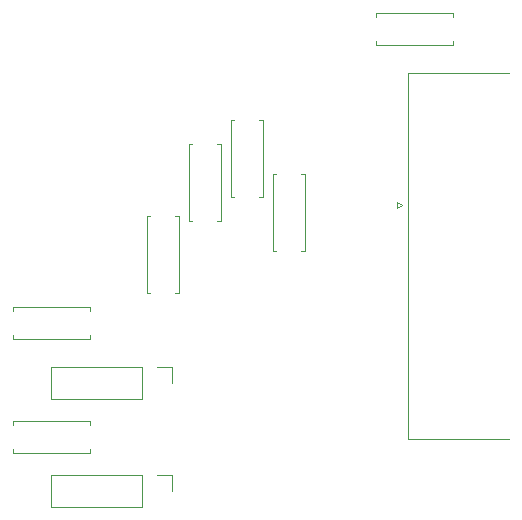
<source format=gbr>
%TF.GenerationSoftware,KiCad,Pcbnew,8.0.2-8.0.2-0~ubuntu24.04.1*%
%TF.CreationDate,2024-05-16T14:50:04-03:00*%
%TF.ProjectId,arduvga,61726475-7667-4612-9e6b-696361645f70,1*%
%TF.SameCoordinates,Original*%
%TF.FileFunction,Legend,Top*%
%TF.FilePolarity,Positive*%
%FSLAX46Y46*%
G04 Gerber Fmt 4.6, Leading zero omitted, Abs format (unit mm)*
G04 Created by KiCad (PCBNEW 8.0.2-8.0.2-0~ubuntu24.04.1) date 2024-05-16 14:50:04*
%MOMM*%
%LPD*%
G01*
G04 APERTURE LIST*
%ADD10C,0.120000*%
G04 APERTURE END LIST*
D10*
%TO.C,J5*%
X170715662Y-93351000D02*
X171148675Y-93601000D01*
X170715662Y-93851000D02*
X170715662Y-93351000D01*
X171148675Y-93601000D02*
X170715662Y-93851000D01*
X171610000Y-82431000D02*
X180210000Y-82431000D01*
X171610000Y-113401000D02*
X171610000Y-82431000D01*
X180210000Y-113401000D02*
X171610000Y-113401000D01*
%TO.C,R5*%
X138208000Y-111914000D02*
X138208000Y-112244000D01*
X138208000Y-114654000D02*
X138208000Y-114324000D01*
X144748000Y-111914000D02*
X138208000Y-111914000D01*
X144748000Y-112244000D02*
X144748000Y-111914000D01*
X144748000Y-114324000D02*
X144748000Y-114654000D01*
X144748000Y-114654000D02*
X138208000Y-114654000D01*
%TO.C,R6*%
X138208000Y-102262000D02*
X138208000Y-102592000D01*
X138208000Y-105002000D02*
X138208000Y-104672000D01*
X144748000Y-102262000D02*
X138208000Y-102262000D01*
X144748000Y-102592000D02*
X144748000Y-102262000D01*
X144748000Y-104672000D02*
X144748000Y-105002000D01*
X144748000Y-105002000D02*
X138208000Y-105002000D01*
%TO.C,J1*%
X141418000Y-116526000D02*
X141418000Y-119186000D01*
X149098000Y-116526000D02*
X141418000Y-116526000D01*
X149098000Y-116526000D02*
X149098000Y-119186000D01*
X149098000Y-119186000D02*
X141418000Y-119186000D01*
X150368000Y-116526000D02*
X151698000Y-116526000D01*
X151698000Y-116526000D02*
X151698000Y-117856000D01*
%TO.C,R7*%
X160174000Y-90964000D02*
X160504000Y-90964000D01*
X160174000Y-97504000D02*
X160174000Y-90964000D01*
X160504000Y-97504000D02*
X160174000Y-97504000D01*
X162584000Y-97504000D02*
X162914000Y-97504000D01*
X162914000Y-90964000D02*
X162584000Y-90964000D01*
X162914000Y-97504000D02*
X162914000Y-90964000D01*
%TO.C,J3*%
X141418000Y-107382000D02*
X141418000Y-110042000D01*
X149098000Y-107382000D02*
X141418000Y-107382000D01*
X149098000Y-107382000D02*
X149098000Y-110042000D01*
X149098000Y-110042000D02*
X141418000Y-110042000D01*
X150368000Y-107382000D02*
X151698000Y-107382000D01*
X151698000Y-107382000D02*
X151698000Y-108712000D01*
%TO.C,R2*%
X156618000Y-86392000D02*
X156948000Y-86392000D01*
X156618000Y-92932000D02*
X156618000Y-86392000D01*
X156948000Y-92932000D02*
X156618000Y-92932000D01*
X159028000Y-92932000D02*
X159358000Y-92932000D01*
X159358000Y-86392000D02*
X159028000Y-86392000D01*
X159358000Y-92932000D02*
X159358000Y-86392000D01*
%TO.C,R3*%
X153062000Y-88424000D02*
X153392000Y-88424000D01*
X153062000Y-94964000D02*
X153062000Y-88424000D01*
X153392000Y-94964000D02*
X153062000Y-94964000D01*
X155472000Y-94964000D02*
X155802000Y-94964000D01*
X155802000Y-88424000D02*
X155472000Y-88424000D01*
X155802000Y-94964000D02*
X155802000Y-88424000D01*
%TO.C,R4*%
X149506000Y-94520000D02*
X149836000Y-94520000D01*
X149506000Y-101060000D02*
X149506000Y-94520000D01*
X149836000Y-101060000D02*
X149506000Y-101060000D01*
X151916000Y-101060000D02*
X152246000Y-101060000D01*
X152246000Y-94520000D02*
X151916000Y-94520000D01*
X152246000Y-101060000D02*
X152246000Y-94520000D01*
%TO.C,R1*%
X168942000Y-77370000D02*
X168942000Y-77700000D01*
X168942000Y-80110000D02*
X168942000Y-79780000D01*
X175482000Y-77370000D02*
X168942000Y-77370000D01*
X175482000Y-77700000D02*
X175482000Y-77370000D01*
X175482000Y-79780000D02*
X175482000Y-80110000D01*
X175482000Y-80110000D02*
X168942000Y-80110000D01*
%TD*%
M02*

</source>
